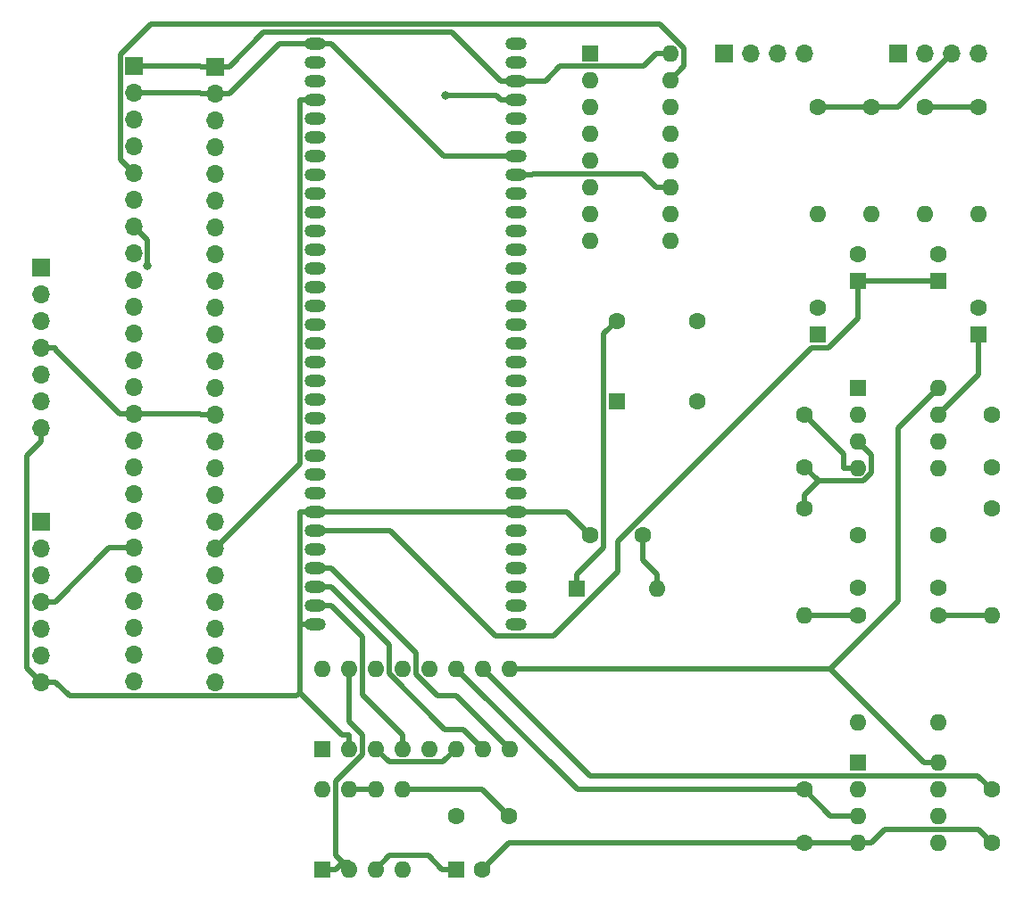
<source format=gbr>
%TF.GenerationSoftware,KiCad,Pcbnew,(5.1.6)-1*%
%TF.CreationDate,2020-10-04T22:05:10+02:00*%
%TF.ProjectId,Nes Sound Expansion,4e657320-536f-4756-9e64-20457870616e,rev?*%
%TF.SameCoordinates,Original*%
%TF.FileFunction,Copper,L1,Top*%
%TF.FilePolarity,Positive*%
%FSLAX46Y46*%
G04 Gerber Fmt 4.6, Leading zero omitted, Abs format (unit mm)*
G04 Created by KiCad (PCBNEW (5.1.6)-1) date 2020-10-04 22:05:10*
%MOMM*%
%LPD*%
G01*
G04 APERTURE LIST*
%TA.AperFunction,ComponentPad*%
%ADD10C,1.600000*%
%TD*%
%TA.AperFunction,ComponentPad*%
%ADD11R,1.600000X1.600000*%
%TD*%
%TA.AperFunction,ComponentPad*%
%ADD12O,1.600000X1.600000*%
%TD*%
%TA.AperFunction,ComponentPad*%
%ADD13O,2.000000X1.200000*%
%TD*%
%TA.AperFunction,ComponentPad*%
%ADD14O,1.700000X1.700000*%
%TD*%
%TA.AperFunction,ComponentPad*%
%ADD15R,1.700000X1.700000*%
%TD*%
%TA.AperFunction,ViaPad*%
%ADD16C,0.800000*%
%TD*%
%TA.AperFunction,Conductor*%
%ADD17C,0.500000*%
%TD*%
G04 APERTURE END LIST*
D10*
%TO.P,C10,2*%
%TO.N,Net-(C10-Pad2)*%
X179070000Y-66080000D03*
D11*
%TO.P,C10,1*%
%TO.N,Net-(C10-Pad1)*%
X179070000Y-68580000D03*
%TD*%
D10*
%TO.P,C13,2*%
%TO.N,Net-(C13-Pad2)*%
X194310000Y-66080000D03*
D11*
%TO.P,C13,1*%
%TO.N,Net-(C13-Pad1)*%
X194310000Y-68580000D03*
%TD*%
D10*
%TO.P,C12,2*%
%TO.N,Net-(C12-Pad2)*%
X190500000Y-61000000D03*
D11*
%TO.P,C12,1*%
%TO.N,Aout_YM2608*%
X190500000Y-63500000D03*
%TD*%
D10*
%TO.P,C11,2*%
%TO.N,Net-(C11-Pad2)*%
X182880000Y-61000000D03*
D11*
%TO.P,C11,1*%
%TO.N,Aout_YM2608*%
X182880000Y-63500000D03*
%TD*%
D10*
%TO.P,C2,2*%
%TO.N,GND*%
X147280000Y-119380000D03*
D11*
%TO.P,C2,1*%
%TO.N,Net-(C2-Pad1)*%
X144780000Y-119380000D03*
%TD*%
D12*
%TO.P,U4,8*%
%TO.N,+5V*%
X190500000Y-73660000D03*
%TO.P,U4,4*%
%TO.N,GND*%
X182880000Y-81280000D03*
%TO.P,U4,7*%
%TO.N,Net-(C13-Pad1)*%
X190500000Y-76200000D03*
%TO.P,U4,3*%
%TO.N,Net-(C7-Pad2)*%
X182880000Y-78740000D03*
%TO.P,U4,6*%
%TO.N,Net-(C13-Pad1)*%
X190500000Y-78740000D03*
%TO.P,U4,2*%
%TO.N,Net-(C10-Pad1)*%
X182880000Y-76200000D03*
%TO.P,U4,5*%
%TO.N,Net-(C9-Pad2)*%
X190500000Y-81280000D03*
D11*
%TO.P,U4,1*%
%TO.N,Net-(C10-Pad1)*%
X182880000Y-73660000D03*
%TD*%
D12*
%TO.P,U3,8*%
%TO.N,+5V*%
X190500000Y-109220000D03*
%TO.P,U3,4*%
%TO.N,GND*%
X182880000Y-116840000D03*
%TO.P,U3,7*%
%TO.N,Net-(R2-Pad2)*%
X190500000Y-111760000D03*
%TO.P,U3,3*%
%TO.N,Net-(C4-Pad2)*%
X182880000Y-114300000D03*
%TO.P,U3,6*%
%TO.N,Net-(R2-Pad2)*%
X190500000Y-114300000D03*
%TO.P,U3,2*%
%TO.N,Net-(R1-Pad2)*%
X182880000Y-111760000D03*
%TO.P,U3,5*%
%TO.N,Net-(C3-Pad2)*%
X190500000Y-116840000D03*
D11*
%TO.P,U3,1*%
%TO.N,Net-(R1-Pad2)*%
X182880000Y-109220000D03*
%TD*%
D12*
%TO.P,U2,8*%
%TO.N,+5V*%
X132080000Y-111760000D03*
%TO.P,U2,4*%
%TO.N,GND*%
X139700000Y-119380000D03*
%TO.P,U2,7*%
%TO.N,Net-(U2-Pad6)*%
X134620000Y-111760000D03*
%TO.P,U2,3*%
%TO.N,Net-(C2-Pad1)*%
X137160000Y-119380000D03*
%TO.P,U2,6*%
%TO.N,Net-(U2-Pad6)*%
X137160000Y-111760000D03*
%TO.P,U2,2*%
%TO.N,Net-(U2-Pad1)*%
X134620000Y-119380000D03*
%TO.P,U2,5*%
%TO.N,Net-(C5-Pad2)*%
X139700000Y-111760000D03*
D11*
%TO.P,U2,1*%
%TO.N,Net-(U2-Pad1)*%
X132080000Y-119380000D03*
%TD*%
D12*
%TO.P,R8,2*%
%TO.N,Net-(C13-Pad2)*%
X194310000Y-57150000D03*
D10*
%TO.P,R8,1*%
%TO.N,Net-(J6-Pad4)*%
X194310000Y-46990000D03*
%TD*%
D12*
%TO.P,R7,2*%
%TO.N,Net-(C12-Pad2)*%
X189230000Y-57150000D03*
D10*
%TO.P,R7,1*%
%TO.N,Net-(J6-Pad4)*%
X189230000Y-46990000D03*
%TD*%
D12*
%TO.P,R6,2*%
%TO.N,Net-(C11-Pad2)*%
X184150000Y-57150000D03*
D10*
%TO.P,R6,1*%
%TO.N,Net-(J6-Pad3)*%
X184150000Y-46990000D03*
%TD*%
D12*
%TO.P,R5,2*%
%TO.N,Net-(C10-Pad2)*%
X179070000Y-57150000D03*
D10*
%TO.P,R5,1*%
%TO.N,Net-(J6-Pad3)*%
X179070000Y-46990000D03*
%TD*%
D12*
%TO.P,R4,2*%
%TO.N,Net-(C8-Pad2)*%
X195580000Y-95250000D03*
D10*
%TO.P,R4,1*%
%TO.N,Net-(C9-Pad2)*%
X195580000Y-85090000D03*
%TD*%
D12*
%TO.P,R3,2*%
%TO.N,Net-(C6-Pad2)*%
X177800000Y-95250000D03*
D10*
%TO.P,R3,1*%
%TO.N,Net-(C7-Pad2)*%
X177800000Y-85090000D03*
%TD*%
D12*
%TO.P,R2,2*%
%TO.N,Net-(R2-Pad2)*%
X190500000Y-105410000D03*
D10*
%TO.P,R2,1*%
%TO.N,Net-(C8-Pad2)*%
X190500000Y-95250000D03*
%TD*%
D12*
%TO.P,R1,2*%
%TO.N,Net-(R1-Pad2)*%
X182880000Y-105410000D03*
D10*
%TO.P,R1,1*%
%TO.N,Net-(C6-Pad2)*%
X182880000Y-95250000D03*
%TD*%
%TO.P,C9,2*%
%TO.N,Net-(C9-Pad2)*%
X195580000Y-81200000D03*
%TO.P,C9,1*%
%TO.N,GND*%
X195580000Y-76200000D03*
%TD*%
%TO.P,C8,2*%
%TO.N,Net-(C8-Pad2)*%
X190500000Y-92630000D03*
%TO.P,C8,1*%
%TO.N,Net-(C13-Pad1)*%
X190500000Y-87630000D03*
%TD*%
%TO.P,C7,2*%
%TO.N,Net-(C7-Pad2)*%
X177800000Y-81200000D03*
%TO.P,C7,1*%
%TO.N,GND*%
X177800000Y-76200000D03*
%TD*%
%TO.P,C6,2*%
%TO.N,Net-(C6-Pad2)*%
X182880000Y-92630000D03*
%TO.P,C6,1*%
%TO.N,Net-(C10-Pad1)*%
X182880000Y-87630000D03*
%TD*%
%TO.P,C5,2*%
%TO.N,Net-(C5-Pad2)*%
X149780000Y-114300000D03*
%TO.P,C5,1*%
%TO.N,GND*%
X144780000Y-114300000D03*
%TD*%
%TO.P,C4,2*%
%TO.N,Net-(C4-Pad2)*%
X177800000Y-111840000D03*
%TO.P,C4,1*%
%TO.N,GND*%
X177800000Y-116840000D03*
%TD*%
%TO.P,C3,2*%
%TO.N,Net-(C3-Pad2)*%
X195580000Y-111840000D03*
%TO.P,C3,1*%
%TO.N,GND*%
X195580000Y-116840000D03*
%TD*%
D12*
%TO.P,YM3016,16*%
%TO.N,Net-(C2-Pad1)*%
X132080000Y-100330000D03*
%TO.P,YM3016,8*%
%TO.N,Net-(YM2608-Pad29)*%
X149860000Y-107950000D03*
%TO.P,YM3016,15*%
%TO.N,Net-(U2-Pad1)*%
X134620000Y-100330000D03*
%TO.P,YM3016,7*%
%TO.N,Net-(YM2608-Pad30)*%
X147320000Y-107950000D03*
%TO.P,YM3016,14*%
%TO.N,Net-(U2-Pad1)*%
X137160000Y-100330000D03*
%TO.P,YM3016,6*%
%TO.N,+5V*%
X144780000Y-107950000D03*
%TO.P,YM3016,13*%
%TO.N,Net-(C5-Pad2)*%
X139700000Y-100330000D03*
%TO.P,YM3016,5*%
%TO.N,Net-(YM2608-Pad64)*%
X142240000Y-107950000D03*
%TO.P,YM3016,12*%
%TO.N,Net-(U2-Pad6)*%
X142240000Y-100330000D03*
%TO.P,YM3016,4*%
%TO.N,Net-(YM2608-Pad31)*%
X139700000Y-107950000D03*
%TO.P,YM3016,11*%
%TO.N,Net-(C4-Pad2)*%
X144780000Y-100330000D03*
%TO.P,YM3016,3*%
%TO.N,+5V*%
X137160000Y-107950000D03*
%TO.P,YM3016,10*%
%TO.N,Net-(C3-Pad2)*%
X147320000Y-100330000D03*
%TO.P,YM3016,2*%
%TO.N,GND*%
X134620000Y-107950000D03*
%TO.P,YM3016,9*%
%TO.N,+5V*%
X149860000Y-100330000D03*
D11*
%TO.P,YM3016,1*%
X132080000Y-107950000D03*
%TD*%
D10*
%TO.P,C1,2*%
%TO.N,Net-(C1-Pad2)*%
X162480000Y-87630000D03*
%TO.P,C1,1*%
%TO.N,GND*%
X157480000Y-87630000D03*
%TD*%
D12*
%TO.P,U1,16*%
%TO.N,+5V*%
X165100000Y-41910000D03*
%TO.P,U1,8*%
%TO.N,GND*%
X157480000Y-59690000D03*
%TO.P,U1,15*%
%TO.N,Net-(J3-Pad5)*%
X165100000Y-44450000D03*
%TO.P,U1,7*%
%TO.N,N/C*%
X157480000Y-57150000D03*
%TO.P,U1,14*%
%TO.N,Net-(J3-Pad7)*%
X165100000Y-46990000D03*
%TO.P,U1,6*%
%TO.N,N/C*%
X157480000Y-54610000D03*
%TO.P,U1,13*%
%TO.N,Net-(J4-Pad8)*%
X165100000Y-49530000D03*
%TO.P,U1,5*%
%TO.N,N/C*%
X157480000Y-52070000D03*
%TO.P,U1,12*%
X165100000Y-52070000D03*
%TO.P,U1,4*%
X157480000Y-49530000D03*
%TO.P,U1,11*%
%TO.N,Net-(U1-Pad11)*%
X165100000Y-54610000D03*
%TO.P,U1,3*%
%TO.N,N/C*%
X157480000Y-46990000D03*
%TO.P,U1,10*%
X165100000Y-57150000D03*
%TO.P,U1,2*%
X157480000Y-44450000D03*
%TO.P,U1,9*%
X165100000Y-59690000D03*
D11*
%TO.P,U1,1*%
X157480000Y-41910000D03*
%TD*%
D10*
%TO.P,X1,4*%
%TO.N,GND*%
X167640000Y-74930000D03*
%TO.P,X1,5*%
%TO.N,Net-(X1-Pad5)*%
X167640000Y-67310000D03*
%TO.P,X1,8*%
%TO.N,+5V*%
X160020000Y-67310000D03*
D11*
%TO.P,X1,1*%
%TO.N,N/C*%
X160020000Y-74930000D03*
%TD*%
D13*
%TO.P,YM2608,32*%
%TO.N,GND*%
X131445000Y-96170000D03*
%TO.P,YM2608,33*%
%TO.N,Net-(C1-Pad2)*%
X150495000Y-96170000D03*
%TO.P,YM2608,31*%
%TO.N,Net-(YM2608-Pad31)*%
X131445000Y-94390000D03*
%TO.P,YM2608,34*%
%TO.N,N/C*%
X150495000Y-94390000D03*
%TO.P,YM2608,30*%
%TO.N,Net-(YM2608-Pad30)*%
X131445000Y-92610000D03*
%TO.P,YM2608,35*%
%TO.N,+5V*%
X150495000Y-92610000D03*
%TO.P,YM2608,29*%
%TO.N,Net-(YM2608-Pad29)*%
X131445000Y-90830000D03*
%TO.P,YM2608,36*%
%TO.N,N/C*%
X150495000Y-90830000D03*
%TO.P,YM2608,28*%
%TO.N,+5V*%
X131445000Y-89050000D03*
%TO.P,YM2608,37*%
%TO.N,N/C*%
X150495000Y-89050000D03*
%TO.P,YM2608,27*%
%TO.N,Aout_YM2608*%
X131445000Y-87270000D03*
%TO.P,YM2608,38*%
%TO.N,N/C*%
X150495000Y-87270000D03*
%TO.P,YM2608,26*%
%TO.N,GND*%
X131445000Y-85490000D03*
%TO.P,YM2608,39*%
X150495000Y-85490000D03*
%TO.P,YM2608,25*%
%TO.N,N/C*%
X131445000Y-83710000D03*
%TO.P,YM2608,40*%
X150495000Y-83710000D03*
%TO.P,YM2608,24*%
X131445000Y-81930000D03*
%TO.P,YM2608,41*%
X150495000Y-81930000D03*
%TO.P,YM2608,23*%
X131445000Y-80150000D03*
%TO.P,YM2608,42*%
X150495000Y-80150000D03*
%TO.P,YM2608,22*%
X131445000Y-78370000D03*
%TO.P,YM2608,43*%
X150495000Y-78370000D03*
%TO.P,YM2608,21*%
X131445000Y-76590000D03*
%TO.P,YM2608,44*%
X150495000Y-76590000D03*
%TO.P,YM2608,20*%
X131445000Y-74810000D03*
%TO.P,YM2608,45*%
X150495000Y-74810000D03*
%TO.P,YM2608,19*%
X131445000Y-73030000D03*
%TO.P,YM2608,46*%
X150495000Y-73030000D03*
%TO.P,YM2608,18*%
X131445000Y-71250000D03*
%TO.P,YM2608,47*%
X150495000Y-71250000D03*
%TO.P,YM2608,17*%
X131445000Y-69470000D03*
%TO.P,YM2608,48*%
X150495000Y-69470000D03*
%TO.P,YM2608,16*%
X131445000Y-67690000D03*
%TO.P,YM2608,49*%
X150495000Y-67690000D03*
%TO.P,YM2608,15*%
X131445000Y-65910000D03*
%TO.P,YM2608,50*%
X150495000Y-65910000D03*
%TO.P,YM2608,14*%
X131445000Y-64130000D03*
%TO.P,YM2608,51*%
X150495000Y-64130000D03*
%TO.P,YM2608,13*%
X131445000Y-62350000D03*
%TO.P,YM2608,52*%
X150495000Y-62350000D03*
%TO.P,YM2608,12*%
X131445000Y-60570000D03*
%TO.P,YM2608,53*%
X150495000Y-60570000D03*
%TO.P,YM2608,11*%
X131445000Y-58790000D03*
%TO.P,YM2608,54*%
X150495000Y-58790000D03*
%TO.P,YM2608,10*%
X131445000Y-57010000D03*
%TO.P,YM2608,55*%
X150495000Y-57010000D03*
%TO.P,YM2608,9*%
%TO.N,Net-(J4-Pad24)*%
X131445000Y-55230000D03*
%TO.P,YM2608,56*%
%TO.N,N/C*%
X150495000Y-55230000D03*
%TO.P,YM2608,8*%
%TO.N,Net-(J4-Pad23)*%
X131445000Y-53450000D03*
%TO.P,YM2608,57*%
%TO.N,Net-(U1-Pad11)*%
X150495000Y-53450000D03*
%TO.P,YM2608,7*%
%TO.N,Net-(J4-Pad22)*%
X131445000Y-51670000D03*
%TO.P,YM2608,58*%
%TO.N,GND*%
X150495000Y-51670000D03*
%TO.P,YM2608,6*%
%TO.N,Net-(J4-Pad21)*%
X131445000Y-49890000D03*
%TO.P,YM2608,59*%
%TO.N,+5V*%
X150495000Y-49890000D03*
%TO.P,YM2608,5*%
%TO.N,Net-(J4-Pad20)*%
X131445000Y-48110000D03*
%TO.P,YM2608,60*%
%TO.N,Net-(J3-Pad8)*%
X150495000Y-48110000D03*
%TO.P,YM2608,4*%
%TO.N,Net-(J4-Pad19)*%
X131445000Y-46330000D03*
%TO.P,YM2608,61*%
%TO.N,Net-(J4-Pad11)*%
X150495000Y-46330000D03*
%TO.P,YM2608,3*%
%TO.N,Net-(J4-Pad18)*%
X131445000Y-44550000D03*
%TO.P,YM2608,62*%
%TO.N,+5V*%
X150495000Y-44550000D03*
%TO.P,YM2608,2*%
%TO.N,Net-(J4-Pad17)*%
X131445000Y-42770000D03*
%TO.P,YM2608,63*%
%TO.N,Net-(X1-Pad5)*%
X150495000Y-42770000D03*
%TO.P,YM2608,1*%
%TO.N,GND*%
X131445000Y-40990000D03*
%TO.P,YM2608,64*%
%TO.N,Net-(YM2608-Pad64)*%
X150495000Y-40990000D03*
%TD*%
D14*
%TO.P,J6,4*%
%TO.N,Net-(J6-Pad4)*%
X194310000Y-41910000D03*
%TO.P,J6,3*%
%TO.N,Net-(J6-Pad3)*%
X191770000Y-41910000D03*
%TO.P,J6,2*%
%TO.N,N/C*%
X189230000Y-41910000D03*
D15*
%TO.P,J6,1*%
%TO.N,GND*%
X186690000Y-41910000D03*
%TD*%
D14*
%TO.P,J5,4*%
%TO.N,N/C*%
X177800000Y-41910000D03*
%TO.P,J5,3*%
X175260000Y-41910000D03*
%TO.P,J5,2*%
X172720000Y-41910000D03*
D15*
%TO.P,J5,1*%
X170180000Y-41910000D03*
%TD*%
D14*
%TO.P,J4,24*%
%TO.N,Net-(J4-Pad24)*%
X121920000Y-101600000D03*
%TO.P,J4,23*%
%TO.N,Net-(J4-Pad23)*%
X121920000Y-99060000D03*
%TO.P,J4,22*%
%TO.N,Net-(J4-Pad22)*%
X121920000Y-96520000D03*
%TO.P,J4,21*%
%TO.N,Net-(J4-Pad21)*%
X121920000Y-93980000D03*
%TO.P,J4,20*%
%TO.N,Net-(J4-Pad20)*%
X121920000Y-91440000D03*
%TO.P,J4,19*%
%TO.N,Net-(J4-Pad19)*%
X121920000Y-88900000D03*
%TO.P,J4,18*%
%TO.N,Net-(J4-Pad18)*%
X121920000Y-86360000D03*
%TO.P,J4,17*%
%TO.N,Net-(J4-Pad17)*%
X121920000Y-83820000D03*
%TO.P,J4,16*%
%TO.N,N/C*%
X121920000Y-81280000D03*
%TO.P,J4,15*%
X121920000Y-78740000D03*
%TO.P,J4,14*%
%TO.N,Net-(J1-Pad4)*%
X121920000Y-76200000D03*
%TO.P,J4,13*%
%TO.N,N/C*%
X121920000Y-73660000D03*
%TO.P,J4,12*%
%TO.N,Net-(J1-Pad2)*%
X121920000Y-71120000D03*
%TO.P,J4,11*%
%TO.N,Net-(J4-Pad11)*%
X121920000Y-68580000D03*
%TO.P,J4,10*%
%TO.N,N/C*%
X121920000Y-66040000D03*
%TO.P,J4,9*%
X121920000Y-63500000D03*
%TO.P,J4,8*%
%TO.N,Net-(J4-Pad8)*%
X121920000Y-60960000D03*
%TO.P,J4,7*%
%TO.N,N/C*%
X121920000Y-58420000D03*
%TO.P,J4,6*%
%TO.N,Net-(J1-Pad3)*%
X121920000Y-55880000D03*
%TO.P,J4,5*%
%TO.N,N/C*%
X121920000Y-53340000D03*
%TO.P,J4,4*%
X121920000Y-50800000D03*
%TO.P,J4,3*%
X121920000Y-48260000D03*
%TO.P,J4,2*%
%TO.N,GND*%
X121920000Y-45720000D03*
D15*
%TO.P,J4,1*%
%TO.N,+5V*%
X121920000Y-43180000D03*
%TD*%
D14*
%TO.P,J3,24*%
%TO.N,N/C*%
X114230000Y-101560000D03*
%TO.P,J3,23*%
X114230000Y-99020000D03*
%TO.P,J3,22*%
X114230000Y-96480000D03*
%TO.P,J3,21*%
X114230000Y-93940000D03*
%TO.P,J3,20*%
X114230000Y-91400000D03*
%TO.P,J3,19*%
%TO.N,Net-(J2-Pad4)*%
X114230000Y-88860000D03*
%TO.P,J3,18*%
%TO.N,N/C*%
X114230000Y-86320000D03*
%TO.P,J3,17*%
X114230000Y-83780000D03*
%TO.P,J3,16*%
X114230000Y-81240000D03*
%TO.P,J3,15*%
X114230000Y-78700000D03*
%TO.P,J3,14*%
%TO.N,Net-(J1-Pad4)*%
X114230000Y-76160000D03*
%TO.P,J3,13*%
%TO.N,N/C*%
X114230000Y-73620000D03*
%TO.P,J3,12*%
X114230000Y-71080000D03*
%TO.P,J3,11*%
%TO.N,Net-(J2-Pad2)*%
X114230000Y-68540000D03*
%TO.P,J3,10*%
%TO.N,N/C*%
X114230000Y-66000000D03*
%TO.P,J3,9*%
X114230000Y-63460000D03*
%TO.P,J3,8*%
%TO.N,Net-(J3-Pad8)*%
X114230000Y-60920000D03*
%TO.P,J3,7*%
%TO.N,Net-(J3-Pad7)*%
X114230000Y-58380000D03*
%TO.P,J3,6*%
%TO.N,N/C*%
X114230000Y-55840000D03*
%TO.P,J3,5*%
%TO.N,Net-(J3-Pad5)*%
X114230000Y-53300000D03*
%TO.P,J3,4*%
%TO.N,N/C*%
X114230000Y-50760000D03*
%TO.P,J3,3*%
X114230000Y-48220000D03*
%TO.P,J3,2*%
%TO.N,GND*%
X114230000Y-45680000D03*
D15*
%TO.P,J3,1*%
%TO.N,+5V*%
X114230000Y-43140000D03*
%TD*%
D14*
%TO.P,J2,7*%
%TO.N,GND*%
X105410000Y-101600000D03*
%TO.P,J2,6*%
%TO.N,N/C*%
X105410000Y-99060000D03*
%TO.P,J2,5*%
X105410000Y-96520000D03*
%TO.P,J2,4*%
%TO.N,Net-(J2-Pad4)*%
X105410000Y-93980000D03*
%TO.P,J2,3*%
%TO.N,Net-(J1-Pad3)*%
X105410000Y-91440000D03*
%TO.P,J2,2*%
%TO.N,Net-(J2-Pad2)*%
X105410000Y-88900000D03*
D15*
%TO.P,J2,1*%
%TO.N,+5V*%
X105410000Y-86360000D03*
%TD*%
D14*
%TO.P,J1,7*%
%TO.N,GND*%
X105410000Y-77470000D03*
%TO.P,J1,6*%
%TO.N,N/C*%
X105410000Y-74930000D03*
%TO.P,J1,5*%
X105410000Y-72390000D03*
%TO.P,J1,4*%
%TO.N,Net-(J1-Pad4)*%
X105410000Y-69850000D03*
%TO.P,J1,3*%
%TO.N,Net-(J1-Pad3)*%
X105410000Y-67310000D03*
%TO.P,J1,2*%
%TO.N,Net-(J1-Pad2)*%
X105410000Y-64770000D03*
D15*
%TO.P,J1,1*%
%TO.N,+5V*%
X105410000Y-62230000D03*
%TD*%
D12*
%TO.P,D1,2*%
%TO.N,Net-(C1-Pad2)*%
X163830000Y-92710000D03*
D11*
%TO.P,D1,1*%
%TO.N,+5V*%
X156210000Y-92710000D03*
%TD*%
D16*
%TO.N,Net-(J3-Pad7)*%
X115530400Y-62124500D03*
%TO.N,Net-(J4-Pad11)*%
X143759000Y-45924500D03*
%TD*%
D17*
%TO.N,Net-(C1-Pad2)*%
X163830000Y-92710000D02*
X163830000Y-91410000D01*
X163830000Y-91410000D02*
X162480000Y-90060000D01*
X162480000Y-90060000D02*
X162480000Y-87630000D01*
%TO.N,Net-(U1-Pad11)*%
X165100000Y-54610000D02*
X163800000Y-54610000D01*
X150495000Y-53450000D02*
X151995000Y-53450000D01*
X151995000Y-53450000D02*
X152104900Y-53340100D01*
X152104900Y-53340100D02*
X162530100Y-53340100D01*
X162530100Y-53340100D02*
X163800000Y-54610000D01*
%TO.N,Net-(J1-Pad4)*%
X105410000Y-69850000D02*
X106760000Y-69850000D01*
X114230000Y-76160000D02*
X112880000Y-76160000D01*
X106760000Y-69850000D02*
X106760000Y-70040000D01*
X106760000Y-70040000D02*
X112880000Y-76160000D01*
X121920000Y-76200000D02*
X120570000Y-76200000D01*
X114230000Y-76160000D02*
X120530000Y-76160000D01*
X120530000Y-76160000D02*
X120570000Y-76200000D01*
%TO.N,Net-(J2-Pad4)*%
X105410000Y-93980000D02*
X106760000Y-93980000D01*
X106760000Y-93980000D02*
X111880000Y-88860000D01*
X111880000Y-88860000D02*
X114230000Y-88860000D01*
%TO.N,Net-(J6-Pad3)*%
X179070000Y-46990000D02*
X184150000Y-46990000D01*
X191770000Y-41910000D02*
X186690000Y-46990000D01*
X186690000Y-46990000D02*
X184150000Y-46990000D01*
%TO.N,+5V*%
X123270000Y-43180000D02*
X126544700Y-39905300D01*
X126544700Y-39905300D02*
X144350300Y-39905300D01*
X144350300Y-39905300D02*
X148995000Y-44550000D01*
X165100000Y-41910000D02*
X163800000Y-41910000D01*
X163800000Y-41910000D02*
X162549600Y-43160400D01*
X162549600Y-43160400D02*
X154618400Y-43160400D01*
X154618400Y-43160400D02*
X153228800Y-44550000D01*
X153228800Y-44550000D02*
X150495000Y-44550000D01*
X180310000Y-100330000D02*
X189200000Y-109220000D01*
X149860000Y-100330000D02*
X180310000Y-100330000D01*
X190500000Y-73660000D02*
X186690100Y-77469900D01*
X186690100Y-77469900D02*
X186690100Y-93949900D01*
X186690100Y-93949900D02*
X180310000Y-100330000D01*
X190500000Y-109220000D02*
X189200000Y-109220000D01*
X156210000Y-92710000D02*
X156210000Y-91410000D01*
X160020000Y-67310000D02*
X158769700Y-68560300D01*
X158769700Y-68560300D02*
X158769700Y-88850300D01*
X158769700Y-88850300D02*
X156210000Y-91410000D01*
X150495000Y-44550000D02*
X148995000Y-44550000D01*
X121920000Y-43180000D02*
X120570000Y-43180000D01*
X114230000Y-43140000D02*
X120530000Y-43140000D01*
X120530000Y-43140000D02*
X120570000Y-43180000D01*
X121920000Y-43180000D02*
X123270000Y-43180000D01*
X144780000Y-107950000D02*
X143519800Y-109210200D01*
X143519800Y-109210200D02*
X138420200Y-109210200D01*
X138420200Y-109210200D02*
X137160000Y-107950000D01*
%TO.N,GND*%
X131445000Y-85490000D02*
X129945000Y-85490000D01*
X129945000Y-96170000D02*
X129945000Y-85490000D01*
X129945000Y-102625000D02*
X129945000Y-96170000D01*
X105410000Y-77470000D02*
X105410000Y-78820000D01*
X105410000Y-78820000D02*
X104100400Y-80129600D01*
X104100400Y-80129600D02*
X104100400Y-100290400D01*
X104100400Y-100290400D02*
X105410000Y-101600000D01*
X182880000Y-81280000D02*
X181580000Y-81280000D01*
X177800000Y-76200000D02*
X181580000Y-79980000D01*
X181580000Y-79980000D02*
X181580000Y-81280000D01*
X129945000Y-102625000D02*
X129620000Y-102950000D01*
X129620000Y-102950000D02*
X108110000Y-102950000D01*
X108110000Y-102950000D02*
X106760000Y-101600000D01*
X129945000Y-102625000D02*
X133970000Y-106650000D01*
X133970000Y-106650000D02*
X134620000Y-106650000D01*
X134620000Y-107950000D02*
X134620000Y-106650000D01*
X131445000Y-96170000D02*
X129945000Y-96170000D01*
X105410000Y-101600000D02*
X106760000Y-101600000D01*
X131445000Y-40990000D02*
X132945000Y-40990000D01*
X123270000Y-45720000D02*
X128000000Y-40990000D01*
X128000000Y-40990000D02*
X131445000Y-40990000D01*
X177800000Y-116840000D02*
X149820000Y-116840000D01*
X149820000Y-116840000D02*
X147280000Y-119380000D01*
X182880000Y-116840000D02*
X177800000Y-116840000D01*
X182880000Y-116840000D02*
X184180000Y-116840000D01*
X195580000Y-116840000D02*
X194310100Y-115570100D01*
X194310100Y-115570100D02*
X185449900Y-115570100D01*
X185449900Y-115570100D02*
X184180000Y-116840000D01*
X131445000Y-85490000D02*
X150495000Y-85490000D01*
X150495000Y-85490000D02*
X155340000Y-85490000D01*
X155340000Y-85490000D02*
X157480000Y-87630000D01*
X132945000Y-40990000D02*
X143625000Y-51670000D01*
X143625000Y-51670000D02*
X150495000Y-51670000D01*
X121920000Y-45720000D02*
X123270000Y-45720000D01*
X121321900Y-45720000D02*
X121920000Y-45720000D01*
X121321900Y-45720000D02*
X120570000Y-45720000D01*
X114230000Y-45680000D02*
X120530000Y-45680000D01*
X120530000Y-45680000D02*
X120570000Y-45720000D01*
%TO.N,Net-(YM2608-Pad31)*%
X139700000Y-107950000D02*
X139700000Y-106650000D01*
X131445000Y-94390000D02*
X132945000Y-94390000D01*
X132945000Y-94390000D02*
X135890000Y-97335000D01*
X135890000Y-97335000D02*
X135890000Y-102840000D01*
X135890000Y-102840000D02*
X139700000Y-106650000D01*
%TO.N,Net-(YM2608-Pad30)*%
X131445000Y-92610000D02*
X132945000Y-92610000D01*
X132945000Y-92610000D02*
X138430000Y-98095000D01*
X138430000Y-98095000D02*
X138430000Y-100830800D01*
X138430000Y-100830800D02*
X143729200Y-106130000D01*
X143729200Y-106130000D02*
X145500000Y-106130000D01*
X145500000Y-106130000D02*
X147320000Y-107950000D01*
%TO.N,Net-(YM2608-Pad29)*%
X131445000Y-90830000D02*
X132945000Y-90830000D01*
X132945000Y-90830000D02*
X140970000Y-98855000D01*
X140970000Y-98855000D02*
X140970000Y-100836400D01*
X140970000Y-100836400D02*
X143003600Y-102870000D01*
X143003600Y-102870000D02*
X144780000Y-102870000D01*
X144780000Y-102870000D02*
X149860000Y-107950000D01*
%TO.N,Net-(J4-Pad19)*%
X131445000Y-46330000D02*
X129945000Y-46330000D01*
X121920000Y-88900000D02*
X129945000Y-80875000D01*
X129945000Y-80875000D02*
X129945000Y-46330000D01*
%TO.N,Net-(U2-Pad6)*%
X137160000Y-111760000D02*
X134620000Y-111760000D01*
%TO.N,Net-(U2-Pad1)*%
X134030000Y-118730000D02*
X133380000Y-119380000D01*
X134620000Y-118730000D02*
X134030000Y-118730000D01*
X134620000Y-100330000D02*
X134620000Y-105399800D01*
X134620000Y-105399800D02*
X135890000Y-106669800D01*
X135890000Y-106669800D02*
X135890000Y-108462300D01*
X135890000Y-108462300D02*
X133350000Y-111002300D01*
X133350000Y-111002300D02*
X133350000Y-118050000D01*
X133350000Y-118050000D02*
X134030000Y-118730000D01*
X132080000Y-119380000D02*
X133380000Y-119380000D01*
X134620000Y-119380000D02*
X134620000Y-118730000D01*
%TO.N,Net-(C2-Pad1)*%
X144780000Y-119380000D02*
X143480000Y-119380000D01*
X137160000Y-119380000D02*
X138460000Y-118080000D01*
X138460000Y-118080000D02*
X142180000Y-118080000D01*
X142180000Y-118080000D02*
X143480000Y-119380000D01*
%TO.N,Net-(C3-Pad2)*%
X147320000Y-100330000D02*
X157480000Y-110490000D01*
X157480000Y-110490000D02*
X194230000Y-110490000D01*
X194230000Y-110490000D02*
X195580000Y-111840000D01*
%TO.N,Net-(C4-Pad2)*%
X177800000Y-111840000D02*
X180260000Y-114300000D01*
X180260000Y-114300000D02*
X182880000Y-114300000D01*
X144780000Y-100330000D02*
X156290000Y-111840000D01*
X156290000Y-111840000D02*
X177800000Y-111840000D01*
%TO.N,Net-(C5-Pad2)*%
X139700000Y-111760000D02*
X147240000Y-111760000D01*
X147240000Y-111760000D02*
X149780000Y-114300000D01*
%TO.N,Net-(C6-Pad2)*%
X182880000Y-95250000D02*
X177800000Y-95250000D01*
%TO.N,Net-(C7-Pad2)*%
X179137600Y-82537600D02*
X183404900Y-82537600D01*
X183404900Y-82537600D02*
X184169600Y-81772900D01*
X184169600Y-81772900D02*
X184169600Y-80029600D01*
X184169600Y-80029600D02*
X182880000Y-78740000D01*
X177800000Y-81200000D02*
X179137600Y-82537600D01*
X179137600Y-82537600D02*
X177800000Y-83875200D01*
X177800000Y-83875200D02*
X177800000Y-85090000D01*
%TO.N,Net-(C8-Pad2)*%
X190500000Y-95250000D02*
X195580000Y-95250000D01*
%TO.N,Net-(C13-Pad1)*%
X190500000Y-76200000D02*
X194310000Y-72390000D01*
X194310000Y-72390000D02*
X194310000Y-68580000D01*
%TO.N,Aout_YM2608*%
X131445000Y-87270000D02*
X138568400Y-87270000D01*
X138568400Y-87270000D02*
X148538700Y-97240300D01*
X148538700Y-97240300D02*
X153990100Y-97240300D01*
X153990100Y-97240300D02*
X160102200Y-91128200D01*
X160102200Y-91128200D02*
X160102200Y-88220700D01*
X160102200Y-88220700D02*
X178472900Y-69850000D01*
X178472900Y-69850000D02*
X180125700Y-69850000D01*
X180125700Y-69850000D02*
X182880000Y-67095700D01*
X182880000Y-67095700D02*
X182880000Y-63500000D01*
X182880000Y-63500000D02*
X189200000Y-63500000D01*
X190500000Y-63500000D02*
X189200000Y-63500000D01*
%TO.N,Net-(J6-Pad4)*%
X189230000Y-46990000D02*
X194310000Y-46990000D01*
%TO.N,Net-(J3-Pad7)*%
X114230000Y-58380000D02*
X115530400Y-59680400D01*
X115530400Y-59680400D02*
X115530400Y-62124500D01*
%TO.N,Net-(J3-Pad5)*%
X114230000Y-53300000D02*
X112929600Y-51999600D01*
X112929600Y-51999600D02*
X112929600Y-42072600D01*
X112929600Y-42072600D02*
X115828500Y-39173700D01*
X115828500Y-39173700D02*
X164147100Y-39173700D01*
X164147100Y-39173700D02*
X166389600Y-41416200D01*
X166389600Y-41416200D02*
X166389600Y-43160400D01*
X166389600Y-43160400D02*
X165100000Y-44450000D01*
%TO.N,Net-(J4-Pad11)*%
X150495000Y-46330000D02*
X148995000Y-46330000D01*
X143759000Y-45924500D02*
X148589500Y-45924500D01*
X148589500Y-45924500D02*
X148995000Y-46330000D01*
%TD*%
M02*

</source>
